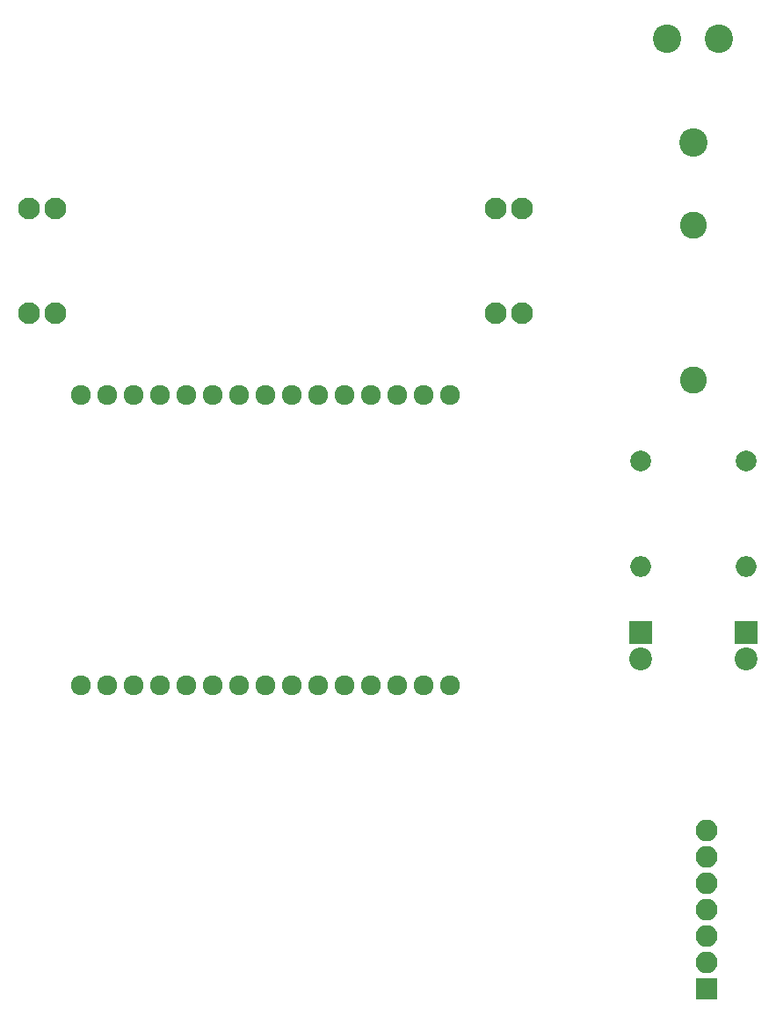
<source format=gbr>
G04 #@! TF.FileFunction,Soldermask,Bot*
%FSLAX46Y46*%
G04 Gerber Fmt 4.6, Leading zero omitted, Abs format (unit mm)*
G04 Created by KiCad (PCBNEW 4.0.7-e2-6376~58~ubuntu16.04.1) date Mon Jan 29 12:29:23 2018*
%MOMM*%
%LPD*%
G01*
G04 APERTURE LIST*
%ADD10C,0.100000*%
%ADD11C,2.600000*%
%ADD12R,2.200000X2.200000*%
%ADD13C,2.200000*%
%ADD14R,2.100000X2.100000*%
%ADD15O,2.100000X2.100000*%
%ADD16C,2.000000*%
%ADD17O,2.000000X2.000000*%
%ADD18C,1.924000*%
%ADD19C,2.100000*%
%ADD20C,2.740000*%
G04 APERTURE END LIST*
D10*
D11*
X184150000Y-78910000D03*
X184150000Y-93810000D03*
D12*
X179070000Y-118110000D03*
D13*
X179070000Y-120650000D03*
D12*
X189230000Y-118110000D03*
D13*
X189230000Y-120650000D03*
D14*
X185420000Y-152400000D03*
D15*
X185420000Y-149860000D03*
X185420000Y-147320000D03*
X185420000Y-144780000D03*
X185420000Y-142240000D03*
X185420000Y-139700000D03*
X185420000Y-137160000D03*
D16*
X179070000Y-101600000D03*
D17*
X179070000Y-111760000D03*
D16*
X189230000Y-101600000D03*
D17*
X189230000Y-111760000D03*
D18*
X160655000Y-95250000D03*
X158115000Y-95250000D03*
X155575000Y-95250000D03*
X153035000Y-95250000D03*
X150495000Y-95250000D03*
X147955000Y-95250000D03*
X145415000Y-95250000D03*
X142875000Y-95250000D03*
X140335000Y-95250000D03*
X137795000Y-95250000D03*
X135255000Y-95250000D03*
X132715000Y-95250000D03*
X130175000Y-95250000D03*
X127635000Y-95250000D03*
X125095000Y-95250000D03*
X125095000Y-123190000D03*
X127635000Y-123190000D03*
X130175000Y-123190000D03*
X132715000Y-123190000D03*
X135255000Y-123190000D03*
X137795000Y-123190000D03*
X140335000Y-123190000D03*
X142875000Y-123190000D03*
X145415000Y-123190000D03*
X147955000Y-123190000D03*
X150495000Y-123190000D03*
X153035000Y-123190000D03*
X155575000Y-123190000D03*
X158115000Y-123190000D03*
X160655000Y-123190000D03*
D19*
X165100000Y-87376000D03*
X165100000Y-77343000D03*
X167640000Y-77343000D03*
X120142000Y-87376000D03*
X122682000Y-87376000D03*
X167640000Y-87376000D03*
X122682000Y-77343000D03*
X120142000Y-77343000D03*
D20*
X186610000Y-60960000D03*
X184110000Y-70960000D03*
X181610000Y-60960000D03*
M02*

</source>
